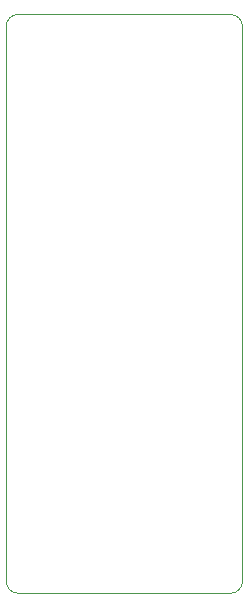
<source format=gm1>
G04 #@! TF.GenerationSoftware,KiCad,Pcbnew,(5.1.9-0-10_14)*
G04 #@! TF.CreationDate,2021-06-20T22:22:13+09:00*
G04 #@! TF.ProjectId,EB-STM32L412KB,45422d53-544d-4333-924c-3431324b422e,V1.0*
G04 #@! TF.SameCoordinates,Original*
G04 #@! TF.FileFunction,Profile,NP*
%FSLAX46Y46*%
G04 Gerber Fmt 4.6, Leading zero omitted, Abs format (unit mm)*
G04 Created by KiCad (PCBNEW (5.1.9-0-10_14)) date 2021-06-20 22:22:13*
%MOMM*%
%LPD*%
G01*
G04 APERTURE LIST*
G04 #@! TA.AperFunction,Profile*
%ADD10C,0.050000*%
G04 #@! TD*
G04 APERTURE END LIST*
D10*
X10000000Y-31000000D02*
G75*
G02*
X9000000Y-32000000I-1000000J0D01*
G01*
X-9000000Y-32000000D02*
G75*
G02*
X-10000000Y-31000000I0J1000000D01*
G01*
X-10000000Y16000000D02*
G75*
G02*
X-9000000Y17000000I1000000J0D01*
G01*
X9000000Y17000000D02*
G75*
G02*
X10000000Y16000000I0J-1000000D01*
G01*
X-10000000Y-31000000D02*
X-10000000Y16000000D01*
X9000000Y-32000000D02*
X-9000000Y-32000000D01*
X10000000Y16000000D02*
X10000000Y-31000000D01*
X-9000000Y17000000D02*
X9000000Y17000000D01*
M02*

</source>
